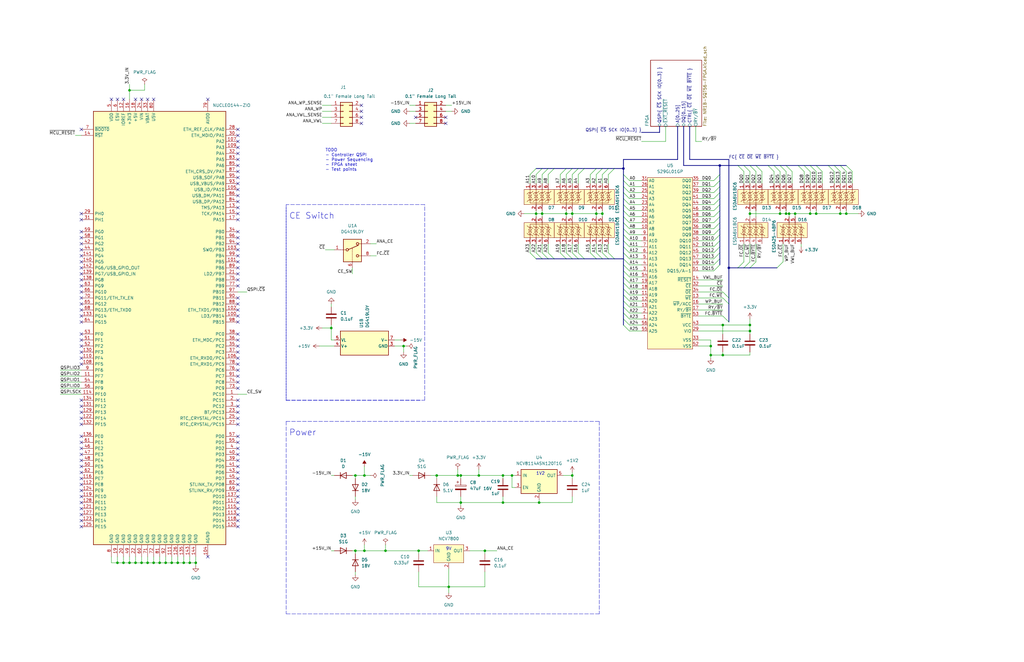
<source format=kicad_sch>
(kicad_sch (version 20211123) (generator eeschema)
  (paper "USLedger")
  (title_block (title "NR1B-SQT56 v1.0") (rev "1.0") (company "University of Dallas") (comment 1 "Drawn By: Angela Jimenez, Aidan Medcalf"))
  (junction (at 341.63 90.17))
  (junction (at 80.01 237.49))
  (junction (at 251.46 90.17))
  (junction (at 59.69 237.49))
  (junction (at 332.74 90.17))
  (junction (at 471.17 30.48))
  (junction (at 201.93 200.66))
  (junction (at 525.78 39.37))
  (junction (at 82.55 237.49))
  (junction (at 170.18 146.05))
  (junction (at 77.47 237.49))
  (junction (at 64.77 237.49))
  (junction (at 226.06 90.17))
  (junction (at 303.53 69.85))
  (junction (at 307.34 113.03))
  (junction (at 316.23 139.7))
  (junction (at 525.78 59.69))
  (junction (at 238.76 90.17))
  (junction (at 304.8 137.16))
  (junction (at 194.31 200.66))
  (junction (at 525.78 21.59))
  (junction (at 254 90.17))
  (junction (at 54.61 38.1))
  (junction (at 212.09 200.66))
  (junction (at 212.09 212.09))
  (junction (at 471.17 68.58))
  (junction (at 525.78 77.47))
  (junction (at 57.15 237.49))
  (junction (at 488.95 27.94))
  (junction (at 304.8 149.86))
  (junction (at 204.47 232.41))
  (junction (at 491.49 76.2))
  (junction (at 72.39 237.49))
  (junction (at 299.72 149.86))
  (junction (at 74.93 237.49))
  (junction (at 52.07 237.49))
  (junction (at 153.67 200.66))
  (junction (at 162.56 232.41))
  (junction (at 54.61 237.49))
  (junction (at 496.57 66.04))
  (junction (at 241.3 200.66))
  (junction (at 69.85 237.49))
  (junction (at 344.17 90.17))
  (junction (at 67.31 237.49))
  (junction (at 299.72 146.05))
  (junction (at 215.9 200.66))
  (junction (at 189.23 247.65))
  (junction (at 354.33 90.17))
  (junction (at 139.7 138.43))
  (junction (at 228.6 90.17))
  (junction (at 328.93 90.17))
  (junction (at 149.86 200.66))
  (junction (at 241.3 90.17))
  (junction (at 49.53 237.49))
  (junction (at 153.67 232.41))
  (junction (at 194.31 212.09))
  (junction (at 62.23 237.49))
  (junction (at 262.89 71.12))
  (junction (at 227.33 212.09))
  (junction (at 316.23 137.16))
  (junction (at 316.23 90.17))
  (junction (at 184.15 200.66))
  (junction (at 193.04 200.66))
  (junction (at 331.47 90.17))
  (junction (at 176.53 232.41))
  (junction (at 356.87 90.17))
  (junction (at 335.28 90.17))
  (junction (at 149.86 232.41))
  (junction (at 496.57 27.94))
  (no_connect (at 52.07 41.91))
  (no_connect (at 87.63 234.95))
  (no_connect (at 175.26 49.53))
  (no_connect (at 100.33 100.33))
  (no_connect (at 100.33 102.87))
  (no_connect (at 100.33 105.41))
  (no_connect (at 100.33 107.95))
  (no_connect (at 100.33 97.79))
  (no_connect (at 100.33 92.71))
  (no_connect (at 100.33 110.49))
  (no_connect (at 100.33 113.03))
  (no_connect (at 100.33 115.57))
  (no_connect (at 100.33 118.11))
  (no_connect (at 100.33 120.65))
  (no_connect (at 100.33 125.73))
  (no_connect (at 100.33 128.27))
  (no_connect (at 100.33 130.81))
  (no_connect (at 100.33 133.35))
  (no_connect (at 100.33 135.89))
  (no_connect (at 100.33 140.97))
  (no_connect (at 100.33 80.01))
  (no_connect (at 100.33 82.55))
  (no_connect (at 100.33 85.09))
  (no_connect (at 100.33 87.63))
  (no_connect (at 100.33 90.17))
  (no_connect (at 100.33 77.47))
  (no_connect (at 100.33 143.51))
  (no_connect (at 100.33 146.05))
  (no_connect (at 100.33 148.59))
  (no_connect (at 100.33 151.13))
  (no_connect (at 100.33 153.67))
  (no_connect (at 100.33 156.21))
  (no_connect (at 100.33 158.75))
  (no_connect (at 100.33 161.29))
  (no_connect (at 34.29 115.57))
  (no_connect (at 34.29 113.03))
  (no_connect (at 34.29 110.49))
  (no_connect (at 34.29 97.79))
  (no_connect (at 34.29 100.33))
  (no_connect (at 34.29 102.87))
  (no_connect (at 34.29 105.41))
  (no_connect (at 34.29 107.95))
  (no_connect (at 34.29 219.71))
  (no_connect (at 34.29 222.25))
  (no_connect (at 100.33 176.53))
  (no_connect (at 100.33 179.07))
  (no_connect (at 100.33 184.15))
  (no_connect (at 100.33 186.69))
  (no_connect (at 100.33 189.23))
  (no_connect (at 100.33 191.77))
  (no_connect (at 100.33 194.31))
  (no_connect (at 100.33 196.85))
  (no_connect (at 100.33 199.39))
  (no_connect (at 100.33 201.93))
  (no_connect (at 100.33 204.47))
  (no_connect (at 100.33 207.01))
  (no_connect (at 100.33 209.55))
  (no_connect (at 100.33 212.09))
  (no_connect (at 100.33 214.63))
  (no_connect (at 100.33 217.17))
  (no_connect (at 34.29 135.89))
  (no_connect (at 34.29 133.35))
  (no_connect (at 34.29 130.81))
  (no_connect (at 34.29 186.69))
  (no_connect (at 100.33 163.83))
  (no_connect (at 100.33 168.91))
  (no_connect (at 100.33 171.45))
  (no_connect (at 100.33 173.99))
  (no_connect (at 34.29 207.01))
  (no_connect (at 34.29 199.39))
  (no_connect (at 34.29 201.93))
  (no_connect (at 34.29 204.47))
  (no_connect (at 34.29 189.23))
  (no_connect (at 34.29 191.77))
  (no_connect (at 34.29 194.31))
  (no_connect (at 34.29 196.85))
  (no_connect (at 34.29 209.55))
  (no_connect (at 34.29 212.09))
  (no_connect (at 34.29 214.63))
  (no_connect (at 34.29 217.17))
  (no_connect (at 34.29 128.27))
  (no_connect (at 34.29 125.73))
  (no_connect (at 34.29 123.19))
  (no_connect (at 34.29 120.65))
  (no_connect (at 34.29 118.11))
  (no_connect (at 34.29 151.13))
  (no_connect (at 34.29 148.59))
  (no_connect (at 34.29 146.05))
  (no_connect (at 34.29 143.51))
  (no_connect (at 34.29 140.97))
  (no_connect (at 34.29 153.67))
  (no_connect (at 34.29 168.91))
  (no_connect (at 34.29 171.45))
  (no_connect (at 34.29 173.99))
  (no_connect (at 34.29 184.15))
  (no_connect (at 34.29 176.53))
  (no_connect (at 34.29 179.07))
  (no_connect (at 34.29 92.71))
  (no_connect (at 34.29 54.61))
  (no_connect (at 34.29 90.17))
  (no_connect (at 49.53 41.91))
  (no_connect (at 46.99 41.91))
  (no_connect (at 100.33 57.15))
  (no_connect (at 100.33 59.69))
  (no_connect (at 100.33 54.61))
  (no_connect (at 87.63 41.91))
  (no_connect (at 100.33 64.77))
  (no_connect (at 100.33 72.39))
  (no_connect (at 100.33 67.31))
  (no_connect (at 100.33 69.85))
  (no_connect (at 100.33 74.93))
  (no_connect (at 57.15 41.91))
  (no_connect (at 100.33 222.25))
  (no_connect (at 100.33 219.71))
  (no_connect (at 187.96 52.07))
  (no_connect (at 187.96 49.53))
  (no_connect (at 100.33 62.23))
  (no_connect (at 152.4 44.45))
  (no_connect (at 152.4 46.99))
  (no_connect (at 64.77 41.91))
  (no_connect (at 62.23 41.91))
  (no_connect (at 59.69 41.91))
  (no_connect (at 152.4 52.07))
  (no_connect (at 152.4 49.53))
  (bus_entry (at 300.99 106.68) (size 2.54 -2.54))
  (bus_entry (at 304.8 133.35) (size 2.54 2.54))
  (bus_entry (at 241.3 71.12) (size -2.54 2.54))
  (bus_entry (at 262.89 99.06) (size 2.54 2.54))
  (bus_entry (at 262.89 132.08) (size 2.54 2.54))
  (bus_entry (at 300.99 78.74) (size 2.54 -2.54))
  (bus_entry (at 300.99 111.76) (size 2.54 -2.54))
  (bus_entry (at 243.84 109.22) (size -2.54 -2.54))
  (bus_entry (at 233.68 109.22) (size -2.54 -2.54))
  (bus_entry (at 262.89 116.84) (size 2.54 2.54))
  (bus_entry (at 262.89 127) (size 2.54 2.54))
  (bus_entry (at 262.89 96.52) (size 2.54 2.54))
  (bus_entry (at 341.63 69.85) (size 2.54 2.54))
  (bus_entry (at 316.23 113.03) (size 2.54 -2.54))
  (bus_entry (at 300.99 83.82) (size 2.54 -2.54))
  (bus_entry (at 259.08 71.12) (size -2.54 2.54))
  (bus_entry (at 327.66 113.03) (size 2.54 -2.54))
  (bus_entry (at 300.99 86.36) (size 2.54 -2.54))
  (bus_entry (at 262.89 91.44) (size 2.54 2.54))
  (bus_entry (at 238.76 71.12) (size -2.54 2.54))
  (bus_entry (at 351.79 69.85) (size 2.54 2.54))
  (bus_entry (at 356.87 69.85) (size 2.54 2.54))
  (bus_entry (at 300.99 96.52) (size 2.54 -2.54))
  (bus_entry (at 313.69 69.85) (size 2.54 2.54))
  (bus_entry (at 228.6 71.12) (size -2.54 2.54))
  (bus_entry (at 238.76 109.22) (size -2.54 -2.54))
  (bus_entry (at 262.89 129.54) (size 2.54 2.54))
  (bus_entry (at 326.39 69.85) (size 2.54 2.54))
  (bus_entry (at 344.17 69.85) (size 2.54 2.54))
  (bus_entry (at 262.89 78.74) (size 2.54 2.54))
  (bus_entry (at 300.99 101.6) (size 2.54 -2.54))
  (bus_entry (at 262.89 121.92) (size 2.54 2.54))
  (bus_entry (at 300.99 109.22) (size 2.54 -2.54))
  (bus_entry (at 304.8 125.73) (size 2.54 2.54))
  (bus_entry (at 354.33 69.85) (size 2.54 2.54))
  (bus_entry (at 300.99 76.2) (size 2.54 -2.54))
  (bus_entry (at 231.14 109.22) (size -2.54 -2.54))
  (bus_entry (at 339.09 69.85) (size 2.54 2.54))
  (bus_entry (at 262.89 106.68) (size 2.54 2.54))
  (bus_entry (at 300.99 91.44) (size 2.54 -2.54))
  (bus_entry (at 262.89 93.98) (size 2.54 2.54))
  (bus_entry (at 300.99 99.06) (size 2.54 -2.54))
  (bus_entry (at 318.77 69.85) (size 2.54 2.54))
  (bus_entry (at 262.89 83.82) (size 2.54 2.54))
  (bus_entry (at 233.68 71.12) (size -2.54 2.54))
  (bus_entry (at 300.99 104.14) (size 2.54 -2.54))
  (bus_entry (at 256.54 71.12) (size -2.54 2.54))
  (bus_entry (at 311.15 113.03) (size 2.54 -2.54))
  (bus_entry (at 228.6 109.22) (size -2.54 -2.54))
  (bus_entry (at 349.25 69.85) (size 2.54 2.54))
  (bus_entry (at 259.08 109.22) (size -2.54 -2.54))
  (bus_entry (at 311.15 69.85) (size 2.54 2.54))
  (bus_entry (at 300.99 93.98) (size 2.54 -2.54))
  (bus_entry (at 246.38 71.12) (size -2.54 2.54))
  (bus_entry (at 254 109.22) (size -2.54 -2.54))
  (bus_entry (at 243.84 71.12) (size -2.54 2.54))
  (bus_entry (at 336.55 69.85) (size 2.54 2.54))
  (bus_entry (at 262.89 76.2) (size 2.54 2.54))
  (bus_entry (at 262.89 134.62) (size 2.54 2.54))
  (bus_entry (at 241.3 109.22) (size -2.54 -2.54))
  (bus_entry (at 262.89 101.6) (size 2.54 2.54))
  (bus_entry (at 262.89 114.3) (size 2.54 2.54))
  (bus_entry (at 316.23 69.85) (size 2.54 2.54))
  (bus_entry (at 304.8 123.19) (size 2.54 2.54))
  (bus_entry (at 262.89 111.76) (size 2.54 2.54))
  (bus_entry (at 246.38 109.22) (size -2.54 -2.54))
  (bus_entry (at 300.99 81.28) (size 2.54 -2.54))
  (bus_entry (at 328.93 69.85) (size 2.54 2.54))
  (bus_entry (at 323.85 69.85) (size 2.54 2.54))
  (bus_entry (at 231.14 71.12) (size -2.54 2.54))
  (bus_entry (at 262.89 81.28) (size 2.54 2.54))
  (bus_entry (at 262.89 119.38) (size 2.54 2.54))
  (bus_entry (at 254 71.12) (size -2.54 2.54))
  (bus_entry (at 262.89 88.9) (size 2.54 2.54))
  (bus_entry (at 313.69 113.03) (size 2.54 -2.54))
  (bus_entry (at 262.89 124.46) (size 2.54 2.54))
  (bus_entry (at 300.99 114.3) (size 2.54 -2.54))
  (bus_entry (at 262.89 104.14) (size 2.54 2.54))
  (bus_entry (at 262.89 137.16) (size 2.54 2.54))
  (bus_entry (at 262.89 109.22) (size 2.54 2.54))
  (bus_entry (at 331.47 69.85) (size 2.54 2.54))
  (bus_entry (at 251.46 109.22) (size -2.54 -2.54))
  (bus_entry (at 262.89 86.36) (size 2.54 2.54))
  (bus_entry (at 226.06 71.12) (size -2.54 2.54))
  (bus_entry (at 251.46 71.12) (size -2.54 2.54))
  (bus_entry (at 300.99 88.9) (size 2.54 -2.54))
  (bus_entry (at 256.54 109.22) (size -2.54 -2.54))
  (bus_entry (at 262.89 73.66) (size 2.54 2.54))
  (bus_entry (at 226.06 109.22) (size -2.54 -2.54))
  (wire (pts (xy 31.75 57.15) (xy 34.29 57.15)))
  (bus (pts (xy 311.15 113.03) (xy 313.69 113.03)))
  (bus (pts (xy 256.54 109.22) (xy 259.08 109.22)))
  (wire (pts (xy 153.67 196.85) (xy 153.67 200.66)))
  (wire (pts (xy 194.31 209.55) (xy 194.31 212.09)))
  (wire (pts (xy 231.14 102.87) (xy 231.14 106.68)))
  (wire (pts (xy 241.3 102.87) (xy 241.3 106.68)))
  (wire (pts (xy 294.64 137.16) (xy 304.8 137.16)))
  (wire (pts (xy 326.39 72.39) (xy 326.39 77.47)))
  (wire (pts (xy 135.89 44.45) (xy 139.7 44.45)))
  (wire (pts (xy 471.17 30.48) (xy 473.71 30.48)))
  (wire (pts (xy 72.39 237.49) (xy 72.39 234.95)))
  (wire (pts (xy 515.62 34.29) (xy 515.62 39.37)))
  (wire (pts (xy 241.3 88.9) (xy 241.3 90.17)))
  (wire (pts (xy 148.59 200.66) (xy 149.86 200.66)))
  (wire (pts (xy 149.86 200.66) (xy 149.86 201.93)))
  (wire (pts (xy 294.64 120.65) (xy 304.8 120.65)))
  (wire (pts (xy 212.09 200.66) (xy 215.9 200.66)))
  (wire (pts (xy 294.64 111.76) (xy 300.99 111.76)))
  (wire (pts (xy 74.93 237.49) (xy 74.93 234.95)))
  (bus (pts (xy 303.53 96.52) (xy 303.53 99.06)))
  (wire (pts (xy 237.49 200.66) (xy 241.3 200.66)))
  (bus (pts (xy 262.89 101.6) (xy 262.89 104.14)))
  (wire (pts (xy 265.43 127) (xy 270.51 127)))
  (wire (pts (xy 265.43 99.06) (xy 270.51 99.06)))
  (wire (pts (xy 82.55 237.49) (xy 82.55 234.95)))
  (wire (pts (xy 228.6 90.17) (xy 228.6 91.44)))
  (wire (pts (xy 491.49 86.36) (xy 491.49 88.9)))
  (wire (pts (xy 184.15 200.66) (xy 184.15 201.93)))
  (bus (pts (xy 262.89 104.14) (xy 262.89 106.68)))
  (bus (pts (xy 254 109.22) (xy 256.54 109.22)))
  (wire (pts (xy 149.86 232.41) (xy 153.67 232.41)))
  (wire (pts (xy 265.43 101.6) (xy 270.51 101.6)))
  (wire (pts (xy 525.78 38.1) (xy 525.78 39.37)))
  (wire (pts (xy 332.74 90.17) (xy 335.28 90.17)))
  (wire (pts (xy 77.47 237.49) (xy 77.47 234.95)))
  (wire (pts (xy 25.4 161.29) (xy 34.29 161.29)))
  (wire (pts (xy 153.67 229.87) (xy 153.67 232.41)))
  (wire (pts (xy 525.78 39.37) (xy 525.78 40.64)))
  (wire (pts (xy 525.78 77.47) (xy 525.78 76.2)))
  (wire (pts (xy 201.93 200.66) (xy 212.09 200.66)))
  (polyline (pts (xy 457.2 11.43) (xy 539.75 11.43)))
  (wire (pts (xy 265.43 81.28) (xy 270.51 81.28)))
  (bus (pts (xy 238.76 109.22) (xy 241.3 109.22)))
  (bus (pts (xy 313.69 69.85) (xy 316.23 69.85)))
  (polyline (pts (xy 179.07 168.91) (xy 179.07 86.36)))
  (wire (pts (xy 488.95 27.94) (xy 496.57 27.94)))
  (bus (pts (xy 307.34 128.27) (xy 307.34 125.73)))
  (wire (pts (xy 62.23 237.49) (xy 64.77 237.49)))
  (wire (pts (xy 149.86 209.55) (xy 149.86 210.82)))
  (wire (pts (xy 59.69 237.49) (xy 62.23 237.49)))
  (wire (pts (xy 294.64 81.28) (xy 300.99 81.28)))
  (wire (pts (xy 299.72 149.86) (xy 304.8 149.86)))
  (wire (pts (xy 265.43 106.68) (xy 270.51 106.68)))
  (wire (pts (xy 176.53 232.41) (xy 180.34 232.41)))
  (bus (pts (xy 303.53 69.85) (xy 311.15 69.85)))
  (wire (pts (xy 149.86 200.66) (xy 153.67 200.66)))
  (wire (pts (xy 172.72 52.07) (xy 175.26 52.07)))
  (wire (pts (xy 496.57 17.78) (xy 499.11 17.78)))
  (wire (pts (xy 25.4 156.21) (xy 34.29 156.21)))
  (wire (pts (xy 251.46 90.17) (xy 251.46 91.44)))
  (wire (pts (xy 223.52 102.87) (xy 223.52 106.68)))
  (bus (pts (xy 307.34 67.31) (xy 307.34 113.03)))
  (bus (pts (xy 303.53 91.44) (xy 303.53 93.98)))
  (wire (pts (xy 468.63 30.48) (xy 471.17 30.48)))
  (wire (pts (xy 241.3 73.66) (xy 241.3 77.47)))
  (wire (pts (xy 294.64 86.36) (xy 300.99 86.36)))
  (wire (pts (xy 496.57 66.04) (xy 496.57 67.31)))
  (wire (pts (xy 82.55 238.76) (xy 82.55 237.49)))
  (bus (pts (xy 288.29 53.34) (xy 288.29 69.85)))
  (wire (pts (xy 316.23 134.62) (xy 316.23 137.16)))
  (wire (pts (xy 515.62 72.39) (xy 515.62 77.47)))
  (wire (pts (xy 488.95 33.02) (xy 491.49 33.02)))
  (wire (pts (xy 228.6 88.9) (xy 228.6 90.17)))
  (bus (pts (xy 246.38 71.12) (xy 251.46 71.12)))
  (wire (pts (xy 294.64 128.27) (xy 304.8 128.27)))
  (polyline (pts (xy 457.2 97.79) (xy 457.2 11.43)))
  (wire (pts (xy 468.63 68.58) (xy 471.17 68.58)))
  (bus (pts (xy 262.89 71.12) (xy 262.89 67.31)))
  (bus (pts (xy 262.89 116.84) (xy 262.89 119.38)))
  (wire (pts (xy 294.64 93.98) (xy 300.99 93.98)))
  (wire (pts (xy 25.4 163.83) (xy 34.29 163.83)))
  (wire (pts (xy 176.53 232.41) (xy 176.53 233.68)))
  (wire (pts (xy 251.46 102.87) (xy 251.46 106.68)))
  (bus (pts (xy 285.75 67.31) (xy 285.75 53.34)))
  (wire (pts (xy 241.3 209.55) (xy 241.3 212.09)))
  (wire (pts (xy 339.09 72.39) (xy 339.09 77.47)))
  (wire (pts (xy 220.98 90.17) (xy 226.06 90.17)))
  (bus (pts (xy 290.83 53.34) (xy 290.83 67.31)))
  (bus (pts (xy 254 71.12) (xy 256.54 71.12)))
  (wire (pts (xy 346.71 72.39) (xy 346.71 77.47)))
  (bus (pts (xy 326.39 69.85) (xy 328.93 69.85)))
  (wire (pts (xy 226.06 88.9) (xy 226.06 90.17)))
  (wire (pts (xy 471.17 30.48) (xy 471.17 38.1)))
  (wire (pts (xy 316.23 149.86) (xy 316.23 148.59)))
  (bus (pts (xy 316.23 69.85) (xy 318.77 69.85)))
  (wire (pts (xy 525.78 58.42) (xy 525.78 59.69)))
  (wire (pts (xy 215.9 205.74) (xy 215.9 200.66)))
  (bus (pts (xy 241.3 109.22) (xy 243.84 109.22)))
  (wire (pts (xy 316.23 139.7) (xy 316.23 137.16)))
  (wire (pts (xy 341.63 88.9) (xy 341.63 90.17)))
  (polyline (pts (xy 120.65 168.91) (xy 179.07 168.91)))
  (wire (pts (xy 265.43 93.98) (xy 270.51 93.98)))
  (wire (pts (xy 238.76 73.66) (xy 238.76 77.47)))
  (bus (pts (xy 331.47 69.85) (xy 336.55 69.85)))
  (wire (pts (xy 238.76 88.9) (xy 238.76 90.17)))
  (wire (pts (xy 198.12 232.41) (xy 204.47 232.41)))
  (wire (pts (xy 515.62 77.47) (xy 525.78 77.47)))
  (bus (pts (xy 270.51 55.88) (xy 278.13 55.88)))
  (wire (pts (xy 181.61 200.66) (xy 184.15 200.66)))
  (wire (pts (xy 265.43 129.54) (xy 270.51 129.54)))
  (wire (pts (xy 25.4 158.75) (xy 34.29 158.75)))
  (bus (pts (xy 226.06 71.12) (xy 228.6 71.12)))
  (bus (pts (xy 259.08 71.12) (xy 262.89 71.12)))
  (wire (pts (xy 139.7 138.43) (xy 139.7 143.51)))
  (wire (pts (xy 525.78 77.47) (xy 525.78 78.74)))
  (wire (pts (xy 194.31 200.66) (xy 201.93 200.66)))
  (bus (pts (xy 313.69 113.03) (xy 316.23 113.03)))
  (wire (pts (xy 238.76 90.17) (xy 238.76 91.44)))
  (wire (pts (xy 294.64 83.82) (xy 300.99 83.82)))
  (wire (pts (xy 294.64 143.51) (xy 299.72 143.51)))
  (bus (pts (xy 303.53 93.98) (xy 303.53 96.52)))
  (wire (pts (xy 69.85 237.49) (xy 69.85 234.95)))
  (wire (pts (xy 184.15 209.55) (xy 184.15 212.09)))
  (bus (pts (xy 303.53 69.85) (xy 303.53 73.66)))
  (wire (pts (xy 176.53 241.3) (xy 176.53 247.65)))
  (wire (pts (xy 238.76 90.17) (xy 241.3 90.17)))
  (bus (pts (xy 262.89 111.76) (xy 262.89 114.3)))
  (wire (pts (xy 189.23 240.03) (xy 189.23 247.65)))
  (polyline (pts (xy 457.2 49.53) (xy 539.75 49.53)))
  (bus (pts (xy 262.89 67.31) (xy 285.75 67.31)))
  (wire (pts (xy 480.06 76.2) (xy 491.49 76.2)))
  (bus (pts (xy 316.23 113.03) (xy 327.66 113.03)))
  (wire (pts (xy 318.77 102.87) (xy 318.77 110.49)))
  (wire (pts (xy 254 88.9) (xy 254 90.17)))
  (wire (pts (xy 341.63 72.39) (xy 341.63 77.47)))
  (polyline (pts (xy 120.65 86.36) (xy 120.65 168.91)))
  (bus (pts (xy 262.89 78.74) (xy 262.89 81.28)))
  (wire (pts (xy 49.53 237.49) (xy 52.07 237.49)))
  (wire (pts (xy 251.46 88.9) (xy 251.46 90.17)))
  (wire (pts (xy 162.56 229.87) (xy 162.56 232.41)))
  (wire (pts (xy 299.72 149.86) (xy 299.72 151.13)))
  (wire (pts (xy 170.18 146.05) (xy 170.18 148.59)))
  (wire (pts (xy 172.72 200.66) (xy 173.99 200.66)))
  (wire (pts (xy 72.39 237.49) (xy 74.93 237.49)))
  (wire (pts (xy 328.93 90.17) (xy 331.47 90.17)))
  (wire (pts (xy 100.33 123.19) (xy 104.14 123.19)))
  (wire (pts (xy 254 73.66) (xy 254 77.47)))
  (wire (pts (xy 153.67 232.41) (xy 162.56 232.41)))
  (wire (pts (xy 304.8 149.86) (xy 316.23 149.86)))
  (wire (pts (xy 316.23 90.17) (xy 328.93 90.17)))
  (wire (pts (xy 254 90.17) (xy 254 91.44)))
  (wire (pts (xy 318.77 88.9) (xy 318.77 91.44)))
  (bus (pts (xy 262.89 127) (xy 262.89 129.54)))
  (bus (pts (xy 246.38 109.22) (xy 251.46 109.22)))
  (bus (pts (xy 233.68 109.22) (xy 238.76 109.22)))
  (wire (pts (xy 313.69 72.39) (xy 313.69 77.47)))
  (wire (pts (xy 351.79 72.39) (xy 351.79 77.47)))
  (wire (pts (xy 344.17 72.39) (xy 344.17 77.47)))
  (wire (pts (xy 496.57 55.88) (xy 499.11 55.88)))
  (wire (pts (xy 139.7 128.27) (xy 139.7 129.54)))
  (wire (pts (xy 294.64 91.44) (xy 300.99 91.44)))
  (bus (pts (xy 226.06 109.22) (xy 228.6 109.22)))
  (wire (pts (xy 471.17 68.58) (xy 471.17 76.2)))
  (polyline (pts (xy 539.75 97.79) (xy 457.2 97.79)))
  (wire (pts (xy 139.7 200.66) (xy 140.97 200.66)))
  (wire (pts (xy 321.31 72.39) (xy 321.31 77.47)))
  (wire (pts (xy 137.16 105.41) (xy 140.97 105.41)))
  (bus (pts (xy 328.93 69.85) (xy 331.47 69.85)))
  (polyline (pts (xy 179.07 86.36) (xy 120.65 86.36)))
  (wire (pts (xy 64.77 237.49) (xy 67.31 237.49)))
  (wire (pts (xy 184.15 200.66) (xy 193.04 200.66)))
  (wire (pts (xy 316.23 139.7) (xy 316.23 140.97)))
  (wire (pts (xy 334.01 72.39) (xy 334.01 77.47)))
  (wire (pts (xy 316.23 88.9) (xy 316.23 90.17)))
  (bus (pts (xy 318.77 69.85) (xy 323.85 69.85)))
  (wire (pts (xy 299.72 146.05) (xy 299.72 149.86)))
  (wire (pts (xy 54.61 237.49) (xy 54.61 234.95)))
  (bus (pts (xy 259.08 109.22) (xy 262.89 109.22)))
  (wire (pts (xy 294.64 130.81) (xy 304.8 130.81)))
  (bus (pts (xy 262.89 83.82) (xy 262.89 86.36)))
  (wire (pts (xy 299.72 143.51) (xy 299.72 146.05)))
  (wire (pts (xy 54.61 38.1) (xy 60.96 38.1)))
  (wire (pts (xy 496.57 25.4) (xy 496.57 27.94)))
  (wire (pts (xy 318.77 72.39) (xy 318.77 77.47)))
  (bus (pts (xy 351.79 69.85) (xy 354.33 69.85)))
  (bus (pts (xy 349.25 69.85) (xy 351.79 69.85)))
  (wire (pts (xy 25.4 166.37) (xy 34.29 166.37)))
  (wire (pts (xy 265.43 104.14) (xy 270.51 104.14)))
  (wire (pts (xy 265.43 132.08) (xy 270.51 132.08)))
  (wire (pts (xy 254 102.87) (xy 254 106.68)))
  (bus (pts (xy 336.55 69.85) (xy 339.09 69.85)))
  (wire (pts (xy 304.8 148.59) (xy 304.8 149.86)))
  (wire (pts (xy 64.77 237.49) (xy 64.77 234.95)))
  (wire (pts (xy 265.43 88.9) (xy 270.51 88.9)))
  (wire (pts (xy 52.07 237.49) (xy 54.61 237.49)))
  (wire (pts (xy 359.41 72.39) (xy 359.41 77.47)))
  (wire (pts (xy 265.43 134.62) (xy 270.51 134.62)))
  (bus (pts (xy 262.89 76.2) (xy 262.89 78.74)))
  (wire (pts (xy 280.67 59.69) (xy 270.51 59.69)))
  (wire (pts (xy 204.47 247.65) (xy 189.23 247.65)))
  (wire (pts (xy 294.64 125.73) (xy 304.8 125.73)))
  (wire (pts (xy 57.15 237.49) (xy 57.15 234.95)))
  (wire (pts (xy 166.37 146.05) (xy 170.18 146.05)))
  (wire (pts (xy 265.43 139.7) (xy 270.51 139.7)))
  (wire (pts (xy 294.64 88.9) (xy 300.99 88.9)))
  (wire (pts (xy 265.43 119.38) (xy 270.51 119.38)))
  (wire (pts (xy 148.59 232.41) (xy 149.86 232.41)))
  (wire (pts (xy 241.3 90.17) (xy 251.46 90.17)))
  (wire (pts (xy 295.91 59.69) (xy 293.37 59.69)))
  (wire (pts (xy 304.8 137.16) (xy 316.23 137.16)))
  (wire (pts (xy 228.6 102.87) (xy 228.6 106.68)))
  (bus (pts (xy 262.89 109.22) (xy 262.89 111.76)))
  (wire (pts (xy 294.64 101.6) (xy 300.99 101.6)))
  (wire (pts (xy 294.64 109.22) (xy 300.99 109.22)))
  (wire (pts (xy 74.93 237.49) (xy 77.47 237.49)))
  (wire (pts (xy 294.64 78.74) (xy 300.99 78.74)))
  (wire (pts (xy 294.64 106.68) (xy 300.99 106.68)))
  (bus (pts (xy 341.63 69.85) (xy 344.17 69.85)))
  (wire (pts (xy 46.99 234.95) (xy 46.99 237.49)))
  (wire (pts (xy 189.23 247.65) (xy 176.53 247.65)))
  (wire (pts (xy 241.3 90.17) (xy 241.3 91.44)))
  (bus (pts (xy 262.89 106.68) (xy 262.89 109.22)))
  (wire (pts (xy 134.62 146.05) (xy 140.97 146.05)))
  (wire (pts (xy 496.57 36.83) (xy 496.57 38.1)))
  (wire (pts (xy 354.33 90.17) (xy 356.87 90.17)))
  (bus (pts (xy 288.29 69.85) (xy 303.53 69.85)))
  (bus (pts (xy 262.89 81.28) (xy 262.89 83.82)))
  (bus (pts (xy 243.84 71.12) (xy 246.38 71.12)))
  (wire (pts (xy 241.3 200.66) (xy 241.3 201.93)))
  (wire (pts (xy 248.92 102.87) (xy 248.92 106.68)))
  (wire (pts (xy 228.6 73.66) (xy 228.6 77.47)))
  (wire (pts (xy 265.43 96.52) (xy 270.51 96.52)))
  (bus (pts (xy 256.54 71.12) (xy 259.08 71.12)))
  (wire (pts (xy 294.64 139.7) (xy 316.23 139.7)))
  (bus (pts (xy 262.89 124.46) (xy 262.89 127)))
  (bus (pts (xy 231.14 71.12) (xy 233.68 71.12)))
  (wire (pts (xy 294.64 99.06) (xy 300.99 99.06)))
  (wire (pts (xy 331.47 72.39) (xy 331.47 77.47)))
  (wire (pts (xy 515.62 59.69) (xy 525.78 59.69)))
  (wire (pts (xy 236.22 73.66) (xy 236.22 77.47)))
  (wire (pts (xy 515.62 39.37) (xy 525.78 39.37)))
  (wire (pts (xy 354.33 88.9) (xy 354.33 90.17)))
  (wire (pts (xy 256.54 102.87) (xy 256.54 106.68)))
  (wire (pts (xy 341.63 90.17) (xy 344.17 90.17)))
  (wire (pts (xy 294.64 76.2) (xy 300.99 76.2)))
  (wire (pts (xy 525.78 59.69) (xy 525.78 60.96)))
  (wire (pts (xy 148.59 113.03) (xy 148.59 115.57)))
  (wire (pts (xy 335.28 90.17) (xy 341.63 90.17)))
  (wire (pts (xy 491.49 33.02) (xy 491.49 38.1)))
  (bus (pts (xy 303.53 106.68) (xy 303.53 109.22)))
  (wire (pts (xy 140.97 143.51) (xy 139.7 143.51)))
  (bus (pts (xy 228.6 109.22) (xy 231.14 109.22)))
  (wire (pts (xy 204.47 232.41) (xy 209.55 232.41)))
  (bus (pts (xy 303.53 83.82) (xy 303.53 86.36)))
  (polyline (pts (xy 120.65 177.8) (xy 120.65 259.08)))
  (wire (pts (xy 166.37 143.51) (xy 168.91 143.51)))
  (bus (pts (xy 262.89 96.52) (xy 262.89 99.06)))
  (wire (pts (xy 265.43 78.74) (xy 270.51 78.74)))
  (wire (pts (xy 241.3 212.09) (xy 227.33 212.09)))
  (wire (pts (xy 69.85 237.49) (xy 72.39 237.49)))
  (wire (pts (xy 356.87 72.39) (xy 356.87 77.47)))
  (wire (pts (xy 243.84 102.87) (xy 243.84 106.68)))
  (wire (pts (xy 316.23 102.87) (xy 316.23 110.49)))
  (wire (pts (xy 354.33 72.39) (xy 354.33 77.47)))
  (bus (pts (xy 262.89 93.98) (xy 262.89 96.52)))
  (wire (pts (xy 265.43 121.92) (xy 270.51 121.92)))
  (wire (pts (xy 204.47 241.3) (xy 204.47 247.65)))
  (wire (pts (xy 294.64 133.35) (xy 304.8 133.35)))
  (wire (pts (xy 515.62 26.67) (xy 515.62 21.59)))
  (bus (pts (xy 339.09 69.85) (xy 341.63 69.85)))
  (wire (pts (xy 491.49 71.12) (xy 491.49 76.2)))
  (wire (pts (xy 156.21 102.87) (xy 158.75 102.87)))
  (wire (pts (xy 525.78 20.32) (xy 525.78 21.59)))
  (bus (pts (xy 238.76 71.12) (xy 241.3 71.12)))
  (wire (pts (xy 162.56 232.41) (xy 176.53 232.41)))
  (wire (pts (xy 54.61 38.1) (xy 54.61 41.91)))
  (wire (pts (xy 265.43 116.84) (xy 270.51 116.84)))
  (bus (pts (xy 323.85 69.85) (xy 326.39 69.85)))
  (wire (pts (xy 77.47 237.49) (xy 80.01 237.49)))
  (wire (pts (xy 294.64 96.52) (xy 300.99 96.52)))
  (bus (pts (xy 278.13 55.88) (xy 278.13 53.34)))
  (wire (pts (xy 256.54 73.66) (xy 256.54 77.47)))
  (wire (pts (xy 67.31 237.49) (xy 67.31 234.95)))
  (bus (pts (xy 262.89 134.62) (xy 262.89 137.16)))
  (wire (pts (xy 189.23 247.65) (xy 189.23 250.19)))
  (wire (pts (xy 335.28 90.17) (xy 335.28 91.44)))
  (wire (pts (xy 135.89 52.07) (xy 139.7 52.07)))
  (wire (pts (xy 204.47 232.41) (xy 204.47 233.68)))
  (wire (pts (xy 265.43 76.2) (xy 270.51 76.2)))
  (wire (pts (xy 265.43 114.3) (xy 270.51 114.3)))
  (wire (pts (xy 156.21 107.95) (xy 158.75 107.95)))
  (wire (pts (xy 331.47 88.9) (xy 331.47 90.17)))
  (wire (pts (xy 187.96 46.99) (xy 190.5 46.99)))
  (wire (pts (xy 313.69 102.87) (xy 313.69 110.49)))
  (bus (pts (xy 303.53 86.36) (xy 303.53 88.9)))
  (bus (pts (xy 262.89 129.54) (xy 262.89 132.08)))
  (wire (pts (xy 265.43 124.46) (xy 270.51 124.46)))
  (wire (pts (xy 294.64 123.19) (xy 304.8 123.19)))
  (bus (pts (xy 251.46 71.12) (xy 254 71.12)))
  (wire (pts (xy 139.7 232.41) (xy 140.97 232.41)))
  (wire (pts (xy 80.01 237.49) (xy 82.55 237.49)))
  (wire (pts (xy 294.64 118.11) (xy 304.8 118.11)))
  (wire (pts (xy 170.18 146.05) (xy 171.45 146.05)))
  (wire (pts (xy 316.23 72.39) (xy 316.23 77.47)))
  (bus (pts (xy 233.68 71.12) (xy 238.76 71.12)))
  (bus (pts (xy 262.89 86.36) (xy 262.89 88.9)))
  (wire (pts (xy 241.3 199.39) (xy 241.3 200.66)))
  (wire (pts (xy 62.23 237.49) (xy 62.23 234.95)))
  (wire (pts (xy 149.86 232.41) (xy 149.86 233.68)))
  (wire (pts (xy 265.43 91.44) (xy 270.51 91.44)))
  (bus (pts (xy 262.89 119.38) (xy 262.89 121.92)))
  (bus (pts (xy 228.6 71.12) (xy 231.14 71.12)))
  (wire (pts (xy 67.31 237.49) (xy 69.85 237.49)))
  (bus (pts (xy 303.53 73.66) (xy 303.53 76.2)))
  (bus (pts (xy 262.89 114.3) (xy 262.89 116.84)))
  (wire (pts (xy 60.96 35.56) (xy 60.96 38.1)))
  (wire (pts (xy 328.93 88.9) (xy 328.93 90.17)))
  (polyline (pts (xy 539.75 11.43) (xy 539.75 49.53)))
  (wire (pts (xy 212.09 209.55) (xy 212.09 212.09)))
  (wire (pts (xy 226.06 102.87) (xy 226.06 106.68)))
  (wire (pts (xy 227.33 210.82) (xy 227.33 212.09)))
  (wire (pts (xy 184.15 212.09) (xy 194.31 212.09)))
  (wire (pts (xy 80.01 237.49) (xy 80.01 234.95)))
  (wire (pts (xy 187.96 44.45) (xy 190.5 44.45)))
  (bus (pts (xy 307.34 113.03) (xy 311.15 113.03)))
  (wire (pts (xy 201.93 198.12) (xy 201.93 200.66)))
  (wire (pts (xy 488.95 66.04) (xy 496.57 66.04)))
  (wire (pts (xy 496.57 27.94) (xy 499.11 27.94)))
  (wire (pts (xy 135.89 46.99) (xy 139.7 46.99)))
  (wire (pts (xy 294.64 104.14) (xy 300.99 104.14)))
  (bus (pts (xy 290.83 67.31) (xy 307.34 67.31)))
  (wire (pts (xy 496.57 27.94) (xy 496.57 29.21)))
  (wire (pts (xy 304.8 137.16) (xy 304.8 140.97)))
  (bus (pts (xy 243.84 109.22) (xy 246.38 109.22)))
  (wire (pts (xy 356.87 90.17) (xy 361.95 90.17)))
  (bus (pts (xy 262.89 121.92) (xy 262.89 124.46)))
  (wire (pts (xy 356.87 88.9) (xy 356.87 90.17)))
  (wire (pts (xy 226.06 90.17) (xy 226.06 91.44)))
  (bus (pts (xy 303.53 78.74) (xy 303.53 81.28)))
  (bus (pts (xy 231.14 109.22) (xy 233.68 109.22)))
  (wire (pts (xy 57.15 237.49) (xy 59.69 237.49)))
  (wire (pts (xy 344.17 90.17) (xy 354.33 90.17)))
  (wire (pts (xy 172.72 44.45) (xy 175.26 44.45)))
  (wire (pts (xy 243.84 73.66) (xy 243.84 77.47)))
  (wire (pts (xy 49.53 237.49) (xy 49.53 234.95)))
  (bus (pts (xy 303.53 109.22) (xy 303.53 111.76)))
  (wire (pts (xy 515.62 21.59) (xy 525.78 21.59)))
  (wire (pts (xy 337.82 104.14) (xy 337.82 102.87)))
  (wire (pts (xy 471.17 76.2) (xy 472.44 76.2)))
  (wire (pts (xy 496.57 63.5) (xy 496.57 66.04)))
  (wire (pts (xy 525.78 21.59) (xy 525.78 22.86)))
  (bus (pts (xy 344.17 69.85) (xy 349.25 69.85)))
  (bus (pts (xy 262.89 132.08) (xy 262.89 134.62)))
  (bus (pts (xy 262.89 91.44) (xy 262.89 93.98)))
  (wire (pts (xy 332.74 90.17) (xy 332.74 91.44)))
  (wire (pts (xy 212.09 212.09) (xy 227.33 212.09)))
  (wire (pts (xy 265.43 111.76) (xy 270.51 111.76)))
  (wire (pts (xy 515.62 64.77) (xy 515.62 59.69)))
  (wire (pts (xy 193.04 198.12) (xy 193.04 200.66)))
  (wire (pts (xy 294.64 114.3) (xy 300.99 114.3)))
  (wire (pts (xy 100.33 166.37) (xy 104.14 166.37)))
  (bus (pts (xy 262.89 88.9) (xy 262.89 91.44)))
  (polyline (pts (xy 252.73 259.08) (xy 120.65 259.08)))
  (polyline (pts (xy 120.65 168.91) (xy 177.8 168.91)))
  (bus (pts (xy 251.46 109.22) (xy 254 109.22)))
  (wire (pts (xy 193.04 200.66) (xy 194.31 200.66)))
  (wire (pts (xy 491.49 76.2) (xy 491.49 78.74)))
  (bus (pts (xy 307.34 113.03) (xy 307.34 125.73)))
  (wire (pts (xy 59.69 237.49) (xy 59.69 234.95)))
  (wire (pts (xy 54.61 237.49) (xy 57.15 237.49)))
  (wire (pts (xy 265.43 109.22) (xy 270.51 109.22)))
  (wire (pts (xy 496.57 58.42) (xy 496.57 55.88)))
  (bus (pts (xy 303.53 88.9) (xy 303.53 91.44)))
  (wire (pts (xy 236.22 102.87) (xy 236.22 106.68)))
  (wire (pts (xy 251.46 90.17) (xy 254 90.17)))
  (wire (pts (xy 217.17 205.74) (xy 215.9 205.74)))
  (wire (pts (xy 488.95 71.12) (xy 491.49 71.12)))
  (bus (pts (xy 241.3 71.12) (xy 243.84 71.12)))
  (wire (pts (xy 212.09 200.66) (xy 212.09 201.93)))
  (wire (pts (xy 135.89 49.53) (xy 139.7 49.53)))
  (bus (pts (xy 262.89 73.66) (xy 262.89 71.12)))
  (wire (pts (xy 331.47 90.17) (xy 332.74 90.17)))
  (bus (pts (xy 303.53 76.2) (xy 303.53 78.74)))
  (wire (pts (xy 330.2 102.87) (xy 330.2 110.49)))
  (wire (pts (xy 344.17 88.9) (xy 344.17 90.17)))
  (polyline (pts (xy 539.75 49.53) (xy 539.75 97.79)))
  (bus (pts (xy 262.89 73.66) (xy 262.89 76.2)))
  (wire (pts (xy 215.9 200.66) (xy 217.17 200.66)))
  (wire (pts (xy 486.41 27.94) (xy 488.95 27.94)))
  (wire (pts (xy 265.43 86.36) (xy 270.51 86.36)))
  (wire (pts (xy 46.99 237.49) (xy 49.53 237.49)))
  (bus (pts (xy 262.89 99.06) (xy 262.89 101.6)))
  (wire (pts (xy 265.43 137.16) (xy 270.51 137.16)))
  (bus (pts (xy 303.53 101.6) (xy 303.53 104.14)))
  (wire (pts (xy 194.31 212.09) (xy 194.31 213.36)))
  (wire (pts (xy 238.76 102.87) (xy 238.76 106.68)))
  (wire (pts (xy 316.23 90.17) (xy 316.23 91.44)))
  (wire (pts (xy 496.57 66.04) (xy 499.11 66.04)))
  (wire (pts (xy 265.43 83.82) (xy 270.51 83.82)))
  (bus (pts (xy 303.53 81.28) (xy 303.53 83.82)))
  (wire (pts (xy 293.37 53.34) (xy 293.37 59.69)))
  (wire (pts (xy 226.06 90.17) (xy 228.6 90.17)))
  (wire (pts (xy 194.31 200.66) (xy 194.31 201.93)))
  (wire (pts (xy 280.67 53.34) (xy 280.67 59.69)))
  (polyline (pts (xy 252.73 177.8) (xy 252.73 259.08)))
  (wire (pts (xy 248.92 73.66) (xy 248.92 77.47)))
  (wire (pts (xy 135.89 138.43) (xy 139.7 138.43)))
  (wire (pts (xy 294.64 146.05) (xy 299.72 146.05)))
  (wire (pts (xy 54.61 35.56) (xy 54.61 38.1)))
  (wire (pts (xy 223.52 73.66) (xy 223.52 77.47)))
  (polyline (pts (xy 120.65 177.8) (xy 252.73 177.8)))
  (wire (pts (xy 228.6 90.17) (xy 238.76 90.17)))
  (wire (pts (xy 52.07 237.49) (xy 52.07 234.95)))
  (wire (pts (xy 251.46 73.66) (xy 251.46 77.47)))
  (wire (pts (xy 496.57 20.32) (xy 496.57 17.78)))
  (wire (pts (xy 328.93 72.39) (xy 328.93 77.47)))
  (wire (pts (xy 496.57 74.93) (xy 496.57 76.2)))
  (bus (pts (xy 354.33 69.85) (xy 356.87 69.85)))
  (bus (pts (xy 303.53 104.14) (xy 303.53 106.68)))
  (polyline (pts (xy 120.65 87.63) (xy 120.65 168.91)))
  (wire (pts (xy 194.31 212.09) (xy 212.09 212.09)))
  (wire (pts (xy 226.06 73.66) (xy 226.06 77.47)))
  (wire (pts (xy 491.49 38.1) (xy 471.17 38.1)))
  (bus (pts (xy 303.53 99.06) (xy 303.53 101.6)))
  (wire (pts (xy 231.14 73.66) (xy 231.14 77.47)))
  (wire (pts (xy 153.67 200.66) (xy 156.21 200.66)))
  (wire (pts (xy 172.72 46.99) (xy 175.26 46.99)))
  (wire (pts (xy 139.7 137.16) (xy 139.7 138.43)))
  (bus (pts (xy 311.15 69.85) (xy 313.69 69.85)))
  (bus (pts (xy 307.34 128.27) (xy 307.34 135.89)))
  (wire (pts (xy 149.86 241.3) (xy 149.86 242.57)))
  (wire (pts (xy 471.17 68.58) (xy 473.71 68.58)))
  (text "1V2" (at 226.06 200.66 0) (effects (font (size 1.27 1.27)) (justify left bottom)))
  (text "9V" (at 187.96 232.41 0) (effects (font (size 1.27 1.27)) (justify left bottom)))
  (text "TODO\n- Controller QSPI\n- Power Sequencing\n- FPGA sheet\n- Test points" (at 137.16 72.39 0) (effects (font (size 1.27 1.27)) (justify left bottom)))
  (text "WP buffer" (at 458.47 54.61 0) (effects (font (size 2.54 2.54)) (justify left bottom)))
  (text "Power" (at 121.92 184.15 0) (effects (font (size 2.54 2.54)) (justify left bottom)))
  (text "Optional\ndischarge\nresistor" (at 499.11 41.91 0) (effects (font (size 1.27 1.27)) (justify left bottom)))
  (text "Vwl buffer" (at 458.47 16.51 0) (effects (font (size 2.54 2.54)) (justify left bottom)))
  (text "Optional\ndischarge\nresistor" (at 499.11 80.01 0) (effects (font (size 1.27 1.27)) (justify left bottom)))
  (text "CE Switch" (at 121.92 92.71 0) (effects (font (size 2.54 2.54)) (justify left bottom)))
  (label "ANA_VWL_SENSE" (at 499.11 17.78 0))
  (label "DQ8" (at 339.09 77.47 90))
  (label "A5" (at 265.43 88.9 0))
  (label "DQ3" (at 295.91 83.82 0))
  (label "A19" (at 236.22 102.87 270))
  (label "A17" (at 241.3 102.87 270))
  (label "A21" (at 228.6 102.87 270))
  (label "DQ2" (at 318.77 77.47 90))
  (label "A4" (at 265.43 86.36 0))
  (label "VWL_BUF" (at 304.8 118.11 180))
  (label "DQ6" (at 295.91 91.44 0))
  (label "DQ10" (at 295.91 101.6 0))
  (label "FC.~{CE}" (at 158.75 107.95 0))
  (label "ANA_CE" (at 209.55 232.41 0))
  (label "DQ12" (at 351.79 77.47 90))
  (label "DQ3" (at 321.31 77.47 90))
  (label "DQ15" (at 295.91 114.3 0))
  (label "A15" (at 265.43 114.3 0))
  (label "ANA_VWL_SENSE" (at 135.89 49.53 180))
  (label "DQ0" (at 313.69 77.47 90))
  (label "DQ6" (at 331.47 77.47 90))
  (label "QSPI.IO0" (at 25.4 163.83 0))
  (label "ANA_WP" (at 499.11 66.04 0))
  (label "A3" (at 265.43 83.82 0))
  (label "DQ4" (at 326.39 77.47 90))
  (label "A0" (at 265.43 76.2 0))
  (label "3.3V_IN" (at 54.61 35.56 90))
  (label "-15V_IN" (at 172.72 44.45 180))
  (label "A20" (at 265.43 127 0))
  (label "WP_BUF" (at 304.8 128.27 180))
  (label "DQ13" (at 354.33 77.47 90))
  (label "A22" (at 226.06 102.87 270))
  (label "WP_BUF" (at 468.63 68.58 180))
  (label "DQ14" (at 356.87 77.47 90))
  (label "+15V_IN" (at 190.5 44.45 0))
  (label "ANA_CE" (at 158.75 102.87 0))
  (label "DQ13" (at 295.91 109.22 0))
  (label "A16" (at 243.84 102.87 270))
  (label "DQ15" (at 359.41 77.47 90))
  (label "FC.~{WE}" (at 316.23 102.87 270))
  (label "DQ11" (at 346.71 77.47 90))
  (label "DQ1" (at 316.23 77.47 90))
  (label "FC.~{CE}" (at 330.2 102.87 270))
  (label "A8" (at 231.14 77.47 90))
  (label "FC.~{OE}" (at 313.69 102.87 270))
  (label "QSPI.IO2" (at 25.4 158.75 0))
  (label "A14" (at 251.46 102.87 270))
  (label "QSPI.IO3" (at 25.4 156.21 0))
  (label "A18" (at 265.43 121.92 0))
  (label "A14" (at 265.43 111.76 0))
  (label "A25" (at 265.43 139.7 0))
  (label "DQ2" (at 295.91 81.28 0))
  (label "A12" (at 256.54 102.87 270))
  (label "A11" (at 265.43 104.14 0))
  (label "QSPI.~{CS}" (at 104.14 123.19 0))
  (label "FC{ ~{CE} ~{OE} ~{WE} ~{BYTE} }" (at 307.34 67.31 0))
  (label "A2" (at 265.43 81.28 0))
  (label "ANA_VWL" (at 499.11 27.94 0))
  (label "WP_BUF" (at 332.74 102.87 270))
  (label "A8" (at 265.43 96.52 0))
  (label "DQ0" (at 295.91 76.2 0))
  (label "RY{slash}~{BY}" (at 295.91 59.69 0))
  (label "ANA_WP" (at 135.89 46.99 180))
  (label "~{CE}" (at 304.8 120.65 180))
  (label "A0" (at 256.54 77.47 90))
  (label "RY{slash}~{BY}" (at 321.31 102.87 270))
  (label "3.3V_IN" (at 172.72 200.66 180))
  (label "FC.~{BYTE}" (at 304.8 133.35 180))
  (label "+15V_IN" (at 139.7 232.41 180))
  (label "VWL_BUF" (at 335.28 102.87 270))
  (label "DQ9" (at 341.63 77.47 90))
  (label "FC.~{WE}" (at 304.8 125.73 180))
  (label "A5" (at 241.3 77.47 90))
  (label "A22" (at 265.43 132.08 0))
  (label "FC.~{BYTE}" (at 318.77 102.87 270))
  (label "QSPI.SCK" (at 25.4 166.37 0))
  (label "DQ1" (at 295.91 78.74 0))
  (label "A15" (at 248.92 102.87 270))
  (label "A21" (at 265.43 129.54 0))
  (label "A16" (at 265.43 116.84 0))
  (label "A6" (at 265.43 91.44 0))
  (label "A3" (at 248.92 77.47 90))
  (label "ANA_VWL" (at 135.89 52.07 180))
  (label "A9" (at 265.43 99.06 0))
  (label "A10" (at 265.43 101.6 0))
  (label "DQ5" (at 295.91 88.9 0))
  (label "A1" (at 254 77.47 90))
  (label "ANA_WP_SENSE" (at 499.11 55.88 0))
  (label "A17" (at 265.43 119.38 0))
  (label "A10" (at 226.06 77.47 90))
  (label "DQ7" (at 295.91 93.98 0))
  (label "A11" (at 223.52 77.47 90))
  (label "VWL_BUF" (at 468.63 30.48 180))
  (label "CE_SW" (at 148.59 115.57 180))
  (label "A2" (at 251.46 77.47 90))
  (label "~{CE}" (at 137.16 105.41 180))
  (label "~{MCU_RESET}" (at 270.51 59.69 180))
  (label "A13" (at 254 102.87 270))
  (label "CE_SW" (at 104.14 166.37 0))
  (label "DQ11" (at 295.91 104.14 0))
  (label "~{MCU_RESET}" (at 31.75 57.15 180))
  (label "A24" (at 265.43 137.16 0))
  (label "A9" (at 228.6 77.47 90))
  (label "FC.~{OE}" (at 304.8 123.19 180))
  (label "A13" (at 265.43 109.22 0))
  (label "A7" (at 236.22 77.47 90))
  (label "A23" (at 265.43 134.62 0))
  (label "A7" (at 265.43 93.98 0))
  (label "DQ12" (at 295.91 106.68 0))
  (label "A20" (at 231.14 102.87 270))
  (label "A6" (at 238.76 77.47 90))
  (label "DQ14" (at 295.91 111.76 0))
  (label "DQ5" (at 328.93 77.47 90))
  (label "QSPI{ ~{CS} SCK IO[0..3] }" (at 270.51 55.88 180))
  (label "DQ7" (at 334.01 77.47 90))
  (label "DQ9" (at 295.91 99.06 0))
  (label "DQ4" (at 295.91 86.36 0))
  (label "-15V_IN" (at 139.7 200.66 180))
  (label "A23" (at 223.52 102.87 270))
  (label "A1" (at 265.43 78.74 0))
  (label "A12" (at 265.43 106.68 0))
  (label "DQ8" (at 295.91 96.52 0))
  (label "A18" (at 238.76 102.87 270))
  (label "A4" (at 243.84 77.47 90))
  (label "DQ10" (at 344.17 77.47 90))
  (label "ANA_WP_SENSE" (at 135.89 44.45 180))
  (label "A19" (at 265.43 124.46 0))
  (label "RY{slash}~{BY}" (at 304.8 130.81 180))
  (label "QSPI.IO1" (at 25.4 161.29 0))
  (symbol (lib_name "ESDA6V1BC6_4") (lib_id "NISoC-Socket:ESDA6V1BC6") (at 317.5 96.52 0) (mirror x) (unit 1)
    (property "Reference" "D14" (at 321.31 92.71 0) (effects (justify left)))
    (property "Value" "ESDA6V1BC6" (at 309.88 91.44 90) (effects (justify left)))
    (property "Footprint" "Package_TO_SOT_SMD:SOT-23-6" (effects hide))
    (property "Datasheet" "https://www.st.com/resource/en/datasheet/esda6v1bc6.pdf" (effects hide))
  )
  (symbol (lib_name "ESDA6V1BC6_3") (lib_id "NISoC-Socket:ESDA6V1BC6") (at 227.33 96.52 0) (mirror x) (unit 1)
    (property "Reference" "D8" (at 231.14 92.71 0) (effects (justify left)))
    (property "Value" "ESDA6V1BC6" (effects hide))
    (property "Footprint" "Package_TO_SOT_SMD:SOT-23-6" (effects hide))
    (property "Datasheet" "https://www.st.com/resource/en/datasheet/esda6v1bc6.pdf" (effects hide))
  )
  (symbol (lib_id "power:GND") (at 172.72 52.07 270) (unit 1)
    (property "Reference" "#PWR07" (effects hide))
    (property "Value" "GND" (at 168.91 52.0699 90) (effects (justify right)))
  )
  (symbol (lib_id "power:GND") (at 190.5 46.99 90) (unit 1)
    (property "Reference" "#PWR09" (effects hide))
    (property "Value" "GND" (at 194.31 46.9899 90) (effects (justify right)))
  )
  (symbol (lib_id "Device:C") (at 316.23 144.78 0) (unit 1)
    (property "Reference" "C23" (at 320.04 143.5099 0) (effects (justify left)))
    (property "Value" "0.1uF" (at 320.04 146.0499 0) (effects (justify left)))
    (property "Footprint" "Capacitor_SMD:C_0805_2012Metric" (effects hide))
  )
  (symbol (lib_id "Device:R") (at 496.57 33.02 0) (unit 1)
    (property "Reference" "R3" (at 499.11 31.7499 0) (effects (justify left)))
    (property "Value" "1M" (at 499.11 34.2899 0) (effects (justify left)))
    (property "Footprint" "Resistor_SMD:R_0805_2012Metric" (effects hide))
  )
  (symbol (lib_id "power:-15V") (at 168.91 143.51 270) (unit 1)
    (property "Reference" "#PWR0102" (effects hide))
    (property "Value" "-15V" (at 172.72 143.51 90) (effects (justify left)))
  )
  (symbol (lib_id "power:+1V2") (at 241.3 199.39 0) (unit 1)
    (property "Reference" "#PWR028" (effects hide))
    (property "Value" "+1V2" (at 241.3 194.31 0))
  )
  (symbol (lib_id "Device:C") (at 204.47 237.49 0) (unit 1)
    (property "Reference" "C16" (at 208.28 236.2199 0) (effects (justify left)))
    (property "Value" "0.1uF" (at 208.28 238.7599 0) (effects (justify left)))
    (property "Footprint" "Capacitor_SMD:C_0805_2012Metric" (effects hide))
  )
  (symbol (lib_id "power:GND") (at 220.98 90.17 270) (unit 1)
    (property "Reference" "#PWR0101" (effects hide))
    (property "Value" "GND" (at 213.36 90.17 90) (effects (justify left)))
  )
  (symbol (lib_name "ESDA6V1BC6_4") (lib_id "NISoC-Socket:ESDA6V1BC6") (at 330.2 83.82 0) (unit 1)
    (property "Reference" "D15" (at 334.01 87.63 0) (effects (justify left)))
    (property "Value" "ESDA6V1BC6" (effects hide))
    (property "Footprint" "Package_TO_SOT_SMD:SOT-23-6" (effects hide))
    (property "Datasheet" "https://www.st.com/resource/en/datasheet/esda6v1bc6.pdf" (effects hide))
  )
  (symbol (lib_name "OPA189ID_3") (lib_id "NISoC-Socket:OPA189ID") (at 528.32 31.75 0) (unit 2)
    (property "Reference" "U6" (at 527.05 29.2099 0) (effects (justify left)))
    (property "Value" "OPA189ID" (at 527.05 31.7499 0) (effects (justify left)))
    (property "Footprint" "Package_SO:VSSOP-8_3.0x3.0mm_P0.65mm" (effects hide))
    (property "Datasheet" "https://www.ti.com/lit/ds/symlink/opa189.pdf" (effects hide))
  )
  (symbol (lib_id "NISoC-Socket:OPA189ID") (at 528.32 69.85 0) (unit 2)
    (property "Reference" "U2" (at 527.05 67.3099 0) (effects (justify left)))
    (property "Value" "OPA189ID" (at 527.05 69.8499 0) (effects (justify left)))
    (property "Footprint" "Package_SO:VSSOP-8_3.0x3.0mm_P0.65mm" (effects hide))
    (property "Datasheet" "https://www.ti.com/lit/ds/symlink/opa189.pdf" (effects hide))
  )
  (symbol (lib_id "power:+15V") (at 525.78 58.42 0) (unit 1)
    (property "Reference" "#PWR016" (effects hide))
    (property "Value" "+15V" (at 525.78 53.34 0))
  )
  (symbol (lib_id "power:+15V") (at 525.78 20.32 0) (unit 1)
    (property "Reference" "#PWR029" (effects hide))
    (property "Value" "+15V" (at 525.78 15.24 0))
  )
  (symbol (lib_name "OPA189ID_2") (lib_id "NISoC-Socket:OPA189ID") (at 481.33 30.48 0) (mirror y) (unit 1)
    (property "Reference" "U6" (at 481.33 20.32 0))
    (property "Value" "OPA189ID" (at 481.33 22.86 0))
    (property "Footprint" "Package_SO:VSSOP-8_3.0x3.0mm_P0.65mm" (effects hide))
    (property "Datasheet" "https://www.ti.com/lit/ds/symlink/opa189.pdf" (effects hide))
  )
  (symbol (lib_id "power:GND") (at 496.57 38.1 0) (unit 1)
    (property "Reference" "#PWR0108" (effects hide))
    (property "Value" "GND" (at 496.57 43.18 0))
  )
  (symbol (lib_id "power:GND") (at 139.7 128.27 180) (unit 1)
    (property "Reference" "#PWR03" (effects hide))
    (property "Value" "GND" (at 139.7 123.19 0))
  )
  (symbol (lib_id "power:GND") (at 149.86 242.57 0) (unit 1)
    (property "Reference" "#PWR010" (effects hide))
    (property "Value" "GND" (at 149.86 247.65 0))
  )
  (symbol (lib_id "power:GND") (at 361.95 90.17 90) (mirror x) (unit 1)
    (property "Reference" "#PWR0105" (effects hide))
    (property "Value" "GND" (at 369.57 90.17 90) (effects (justify left)))
  )
  (symbol (lib_name "ESDA6V1BC6_4") (lib_id "NISoC-Socket:ESDA6V1BC6") (at 317.5 83.82 0) (unit 1)
    (property "Reference" "D13" (at 321.31 87.63 0) (effects (justify left)))
    (property "Value" "ESDA6V1BC6" (at 309.88 88.9 90) (effects (justify left)))
    (property "Footprint" "Package_TO_SOT_SMD:SOT-23-6" (effects hide))
    (property "Datasheet" "https://www.st.com/resource/en/datasheet/esda6v1bc6.pdf" (effects hide))
  )
  (symbol (lib_id "power:+15V") (at 153.67 229.87 0) (unit 1)
    (property "Reference" "#PWR011" (effects hide))
    (property "Value" "+15V" (at 153.67 224.79 0))
  )
  (symbol (lib_name "OPA189ID_1") (lib_id "NISoC-Socket:OPA189ID") (at 481.33 68.58 0) (mirror y) (unit 1)
    (property "Reference" "U2" (at 481.33 58.42 0))
    (property "Value" "OPA189ID" (at 481.33 60.96 0))
    (property "Footprint" "Package_SO:VSSOP-8_3.0x3.0mm_P0.65mm" (effects hide))
    (property "Datasheet" "https://www.ti.com/lit/ds/symlink/opa189.pdf" (effects hide))
  )
  (symbol (lib_id "Connector_Generic:Conn_02x04_Odd_Even") (at 180.34 46.99 0) (unit 1)
    (property "Reference" "J2" (at 181.61 38.1 0))
    (property "Value" "0.1\" Female Long Tail" (at 181.61 40.64 0))
    (property "Footprint" "Connector_PinHeader_2.54mm:PinHeader_2x04_P2.54mm_Vertical" (effects hide))
  )
  (symbol (lib_id "power:PWR_FLAG") (at 162.56 229.87 0) (unit 1)
    (property "Reference" "#FLG03" (effects hide))
    (property "Value" "PWR_FLAG" (at 162.56 224.79 0))
  )
  (symbol (lib_id "power:GND") (at 170.18 148.59 0) (unit 1)
    (property "Reference" "#PWR0139" (effects hide))
    (property "Value" "GND" (at 170.18 153.67 0))
  )
  (symbol (lib_id "power:+15V") (at 134.62 146.05 90) (unit 1)
    (property "Reference" "#PWR01" (effects hide))
    (property "Value" "+15V" (at 130.81 146.0499 90) (effects (justify left)))
  )
  (symbol (lib_name "ESDA6V1BC6_1") (lib_id "NISoC-Socket:ESDA6V1BC6") (at 252.73 96.52 0) (mirror x) (unit 1)
    (property "Reference" "D12" (at 256.54 92.71 0) (effects (justify left)))
    (property "Value" "ESDA6V1BC6" (at 260.35 91.44 90) (effects (justify left)))
    (property "Footprint" "Package_TO_SOT_SMD:SOT-23-6" (effects hide))
    (property "Datasheet" "https://www.st.com/resource/en/datasheet/esda6v1bc6.pdf" (effects hide))
  )
  (symbol (lib_id "Device:C") (at 515.62 68.58 0) (unit 1)
    (property "Reference" "C14" (at 519.43 67.3099 0) (effects (justify left)))
    (property "Value" "0.1uF" (at 519.43 69.8499 0) (effects (justify left)))
    (property "Footprint" "Capacitor_SMD:C_0805_2012Metric" (effects hide))
  )
  (symbol (lib_id "Device:R") (at 476.25 76.2 90) (unit 1)
    (property "Reference" "R1" (at 476.25 73.66 90))
    (property "Value" "1K" (at 476.25 78.74 90))
    (property "Footprint" "Resistor_SMD:R_0805_2012Metric" (effects hide))
  )
  (symbol (lib_id "Device:D") (at 149.86 205.74 90) (unit 1)
    (property "Reference" "D2" (at 152.4 204.4699 90) (effects (justify right)))
    (property "Value" "18V" (at 152.4 207.0099 90) (effects (justify right)))
    (property "Footprint" "Diode_SMD:D_SOD-323" (effects hide))
  )
  (symbol (lib_id "power:-15V") (at 525.78 78.74 180) (unit 1)
    (property "Reference" "#PWR017" (effects hide))
    (property "Value" "-15V" (at 525.78 83.82 0))
  )
  (symbol (lib_id "Device:C") (at 515.62 30.48 0) (unit 1)
    (property "Reference" "C25" (at 519.43 29.2099 0) (effects (justify left)))
    (property "Value" "0.1uF" (at 519.43 31.7499 0) (effects (justify left)))
    (property "Footprint" "Capacitor_SMD:C_0805_2012Metric" (effects hide))
  )
  (symbol (lib_id "power:+3.3V") (at 135.89 138.43 90) (unit 1)
    (property "Reference" "#PWR02" (effects hide))
    (property "Value" "+3.3V" (at 132.08 138.4299 90) (effects (justify left)))
  )
  (symbol (lib_id "Device:C_Polarized") (at 194.31 205.74 0) (unit 1)
    (property "Reference" "C8" (at 198.12 203.5809 0) (effects (justify left)))
    (property "Value" "47uF 16V" (at 198.12 206.1209 0) (effects (justify left)))
    (property "Footprint" "Capacitor_SMD:CP_Elec_5x5.3" (effects hide))
  )
  (symbol (lib_id "Analog_Switch:DG419LDY") (at 153.67 146.05 90) (unit 2)
    (property "Reference" "U1" (at 152.3999 138.43 0) (effects (justify left)))
    (property "Value" "DG419LDY" (at 154.9399 138.43 0) (effects (justify left)))
    (property "Footprint" "Package_SO:SOIC-8_3.9x4.9mm_P1.27mm" (effects hide))
    (property "Datasheet" "https://datasheets.maximintegrated.com/en/ds/DG417-DG419.pdf" (effects hide))
  )
  (symbol (lib_id "NISoC-Socket:NUCLEO144-ZIO") (at 67.31 138.43 0) (unit 1)
    (property "Reference" "X1" (effects hide))
    (property "Value" "NUCLEO144-ZIO" (at 89.6494 44.45 0) (effects (justify left)))
    (property "Footprint" "NISoC-Socket:ST_Morpho_Connector_144_STLink_MountingHoles" (effects hide))
  )
  (symbol (lib_id "Device:NetTie_2") (at 496.57 60.96 90) (unit 1)
    (property "Reference" "NT1" (at 495.3 60.96 0))
    (property "Value" "NetTie_2" (at 497.84 60.96 0))
    (property "Footprint" "NetTie:NetTie-2_SMD_Pad0.5mm" (effects hide))
  )
  (symbol (lib_id "power:GND") (at 194.31 213.36 0) (unit 1)
    (property "Reference" "#PWR012" (effects hide))
    (property "Value" "GND" (at 194.31 218.44 0))
  )
  (symbol (lib_id "power:GND") (at 189.23 250.19 0) (unit 1)
    (property "Reference" "#PWR015" (effects hide))
    (property "Value" "GND" (at 189.23 255.27 0))
  )
  (symbol (lib_id "power:GND") (at 82.55 238.76 0) (unit 1)
    (property "Reference" "#PWR038" (effects hide))
    (property "Value" "GND" (at 82.55 243.84 0))
  )
  (symbol (lib_id "Device:C") (at 139.7 133.35 0) (unit 1)
    (property "Reference" "C1" (at 143.51 132.0799 0) (effects (justify left)))
    (property "Value" "0.1uF" (at 143.51 134.6199 0) (effects (justify left)))
    (property "Footprint" "Capacitor_SMD:C_0805_2012Metric" (effects hide))
  )
  (symbol (lib_id "NISoC-Socket:ESDA6V1BC6") (at 252.73 83.82 0) (unit 1)
    (property "Reference" "D11" (at 256.54 87.63 0) (effects (justify left)))
    (property "Value" "ESDA6V1BC6" (at 260.35 90.17 90) (effects (justify left)))
    (property "Footprint" "Package_TO_SOT_SMD:SOT-23-6" (effects hide))
    (property "Datasheet" "https://www.st.com/resource/en/datasheet/esda6v1bc6.pdf" (effects hide))
  )
  (symbol (lib_id "Device:C") (at 212.09 205.74 0) (mirror y) (unit 1)
    (property "Reference" "C19" (at 210.82 203.2 0) (effects (justify left)))
    (property "Value" "1uF" (at 210.82 208.28 0) (effects (justify left)))
    (property "Footprint" "Capacitor_SMD:C_0805_2012Metric" (effects hide))
  )
  (symbol (lib_id "Analog_Switch:DG419LDY") (at 148.59 102.87 0) (unit 1)
    (property "Reference" "U1" (at 148.59 95.25 0))
    (property "Value" "DG419LDY" (at 148.59 97.79 0))
    (property "Footprint" "Package_SO:SOIC-8_3.9x4.9mm_P1.27mm" (effects hide))
    (property "Datasheet" "https://datasheets.maximintegrated.com/en/ds/DG417-DG419.pdf" (effects hide))
  )
  (symbol (lib_id "Device:D") (at 149.86 237.49 90) (mirror x) (unit 1)
    (property "Reference" "D5" (at 152.4 236.2199 90) (effects (justify right)))
    (property "Value" "18V" (at 152.4 238.7599 90) (effects (justify right)))
    (property "Footprint" "Diode_SMD:D_SOD-323" (effects hide))
  )
  (symbol (lib_id "Device:C") (at 304.8 144.78 0) (unit 1)
    (property "Reference" "C22" (at 308.61 143.5099 0) (effects (justify left)))
    (property "Value" "0.1uF" (at 308.61 146.0499 0) (effects (justify left)))
    (property "Footprint" "Capacitor_SMD:C_0805_2012Metric" (effects hide))
  )
  (symbol (lib_id "power:PWR_FLAG") (at 156.21 200.66 270) (unit 1)
    (property "Reference" "#FLG01" (effects hide))
    (property "Value" "PWR_FLAG" (at 161.29 200.66 0))
  )
  (symbol (lib_id "power:+3.3V") (at 337.82 104.14 180) (unit 1)
    (property "Reference" "#PWR0106" (effects hide))
    (property "Value" "+3.3V" (at 339.09 105.41 0) (effects (justify right)))
  )
  (symbol (lib_id "power:-15V") (at 525.78 40.64 180) (unit 1)
    (property "Reference" "#PWR030" (effects hide))
    (property "Value" "-15V" (at 525.78 45.72 0))
  )
  (symbol (lib_id "power:PWR_FLAG") (at 60.96 35.56 0) (unit 1)
    (property "Reference" "#FLG04" (effects hide))
    (property "Value" "PWR_FLAG" (at 60.96 30.48 0))
  )
  (symbol (lib_id "Device:R") (at 491.49 82.55 0) (mirror y) (unit 1)
    (property "Reference" "R2" (at 487.68 81.28 0) (effects (justify right)))
    (property "Value" "1K" (at 487.68 83.82 0) (effects (justify right)))
    (property "Footprint" "Resistor_SMD:R_0805_2012Metric" (effects hide))
  )
  (symbol (lib_id "Device:C") (at 176.53 237.49 0) (mirror y) (unit 1)
    (property "Reference" "C10" (at 172.72 234.9499 0) (effects (justify left)))
    (property "Value" "0.33uF" (at 172.72 237.4899 0) (effects (justify left)))
    (property "Footprint" "Capacitor_SMD:C_0805_2012Metric" (effects hide))
  )
  (symbol (lib_id "Device:NetTie_2") (at 496.57 22.86 270) (unit 1)
    (property "Reference" "NT2" (at 495.3 22.86 0))
    (property "Value" "NetTie_2" (at 497.84 22.86 0))
    (property "Footprint" "NetTie:NetTie-2_SMD_Pad0.5mm" (effects hide))
  )
  (symbol (lib_name "ESDA6V1BC6_5") (lib_id "NISoC-Socket:ESDA6V1BC6") (at 342.9 83.82 0) (unit 1)
    (property "Reference" "D17" (at 346.71 87.63 0) (effects (justify left)))
    (property "Value" "ESDA6V1BC6" (effects hide))
    (property "Footprint" "Package_TO_SOT_SMD:SOT-23-6" (effects hide))
    (property "Datasheet" "https://www.st.com/resource/en/datasheet/esda6v1bc6.pdf" (effects hide))
  )
  (symbol (lib_id "Device:D") (at 144.78 232.41 0) (mirror y) (unit 1)
    (property "Reference" "D3" (at 144.78 226.06 0))
    (property "Value" "S1G" (at 144.78 228.6 0))
    (property "Footprint" "Diode_SMD:D_SOD-323" (effects hide))
  )
  (symbol (lib_id "Device:D") (at 144.78 200.66 0) (unit 1)
    (property "Reference" "D1" (at 144.78 194.31 0))
    (property "Value" "D" (at 144.78 196.85 0))
    (property "Footprint" "Diode_SMD:D_SOD-323" (effects hide))
  )
  (symbol (lib_id "power:+3.3V") (at 201.93 198.12 0) (unit 1)
    (property "Reference" "#PWR013" (effects hide))
    (property "Value" "+3.3V" (at 201.93 193.04 0))
  )
  (symbol (lib_name "ESDA6V1BC6_2") (lib_id "NISoC-Socket:ESDA6V1BC6") (at 240.03 96.52 0) (mirror x) (unit 1)
    (property "Reference" "D10" (at 243.84 92.71 0) (effects (justify left)))
    (property "Value" "ESDA6V1BC6" (effects hide))
    (property "Footprint" "Package_TO_SOT_SMD:SOT-23-6" (effects hide))
    (property "Datasheet" "https://www.st.com/resource/en/datasheet/esda6v1bc6.pdf" (effects hide))
  )
  (symbol (lib_id "Device:D") (at 184.15 205.74 270) (unit 1)
    (property "Reference" "D6" (at 186.69 204.4699 90) (effects (justify left)))
    (property "Value" "5.1V" (at 186.69 207.0099 90) (effects (justify left)))
    (property "Footprint" "Diode_SMD:D_SOD-323" (effects hide))
  )
  (symbol (lib_id "power:PWR_FLAG") (at 193.04 198.12 0) (unit 1)
    (property "Reference" "#FLG02" (effects hide))
    (property "Value" "PWR_FLAG" (at 193.04 193.04 0))
  )
  (symbol (lib_id "Connector_Generic:Conn_02x04_Odd_Even") (at 144.78 46.99 0) (unit 1)
    (property "Reference" "J1" (at 144.78 36.83 0))
    (property "Value" "0.1\" Female Long Tail" (at 147.32 40.64 0))
    (property "Footprint" "Connector_PinHeader_2.54mm:PinHeader_2x04_P2.54mm_Vertical" (effects hide))
  )
  (symbol (lib_id "Regulator_Linear:NCV8114ASN120T1G") (at 227.33 203.2 0) (unit 1)
    (property "Reference" "U4" (at 227.33 193.04 0))
    (property "Value" "NCV8114ASN120T1G" (at 227.33 195.58 0))
    (property "Footprint" "Package_TO_SOT_SMD:TSOT-23-5" (effects hide))
    (property "Datasheet" "https://ru.mouser.com/datasheet/2/308/NCV8114-D-1107616.pdf" (effects hide))
  )
  (symbol (lib_id "Device:D") (at 177.8 200.66 180) (unit 1)
    (property "Reference" "D4" (at 177.8 194.31 0))
    (property "Value" "S1G" (at 177.8 196.85 0))
    (property "Footprint" "Diode_SMD:D_SOD-323" (effects hide))
  )
  (symbol (lib_id "power:+3.3V") (at 316.23 134.62 0) (unit 1)
    (property "Reference" "#PWR032" (effects hide))
    (property "Value" "+3.3V" (at 316.23 129.54 0))
  )
  (symbol (lib_id "NISoC-Socket:ESDA6V1BC6") (at 355.6 83.82 0) (unit 1)
    (property "Reference" "D18" (at 359.41 87.63 0) (effects (justify left)))
    (property "Value" "ESDA6V1BC6" (effects hide))
    (property "Footprint" "Package_TO_SOT_SMD:SOT-23-6" (effects hide))
    (property "Datasheet" "https://www.st.com/resource/en/datasheet/esda6v1bc6.pdf" (effects hide))
  )
  (symbol (lib_id "power:PWR_FLAG") (at 171.45 146.05 270) (unit 1)
    (property "Reference" "#FLG06" (effects hide))
    (property "Value" "PWR_FLAG" (at 175.26 146.05 0) (effects (justify left)))
  )
  (symbol (lib_name "ESDA6V1BC6_4") (lib_id "NISoC-Socket:ESDA6V1BC6") (at 227.33 83.82 0) (unit 1)
    (property "Reference" "D7" (at 231.14 87.63 0) (effects (justify left)))
    (property "Value" "ESDA6V1BC6" (effects hide))
    (property "Footprint" "Package_TO_SOT_SMD:SOT-23-6" (effects hide))
    (property "Datasheet" "https://www.st.com/resource/en/datasheet/esda6v1bc6.pdf" (effects hide))
  )
  (symbol (lib_id "power:GND") (at 491.49 88.9 0) (unit 1)
    (property "Reference" "#PWR014" (effects hide))
    (property "Value" "GND" (at 491.49 93.98 0))
  )
  (symbol (lib_id "power:GND") (at 149.86 210.82 0) (unit 1)
    (property "Reference" "#PWR04" (effects hide))
    (property "Value" "GND" (at 149.86 215.9 0))
  )
  (symbol (lib_id "NISoC-Socket:NCV7800") (at 189.23 233.68 0) (unit 1)
    (property "Reference" "U3" (at 189.23 224.79 0))
    (property "Value" "NCV7800" (at 189.23 227.33 0))
    (property "Footprint" "Package_TO_SOT_SMD:TO-263-3_TabPin2" (effects hide))
    (property "Datasheet" "https://www.onsemi.com/pdf/datasheet/mc7800-d.pdf" (effects hide))
  )
  (symbol (lib_id "NISoC-Socket:ESDA25-4BP6") (at 334.01 96.52 0) (mirror x) (unit 1)
    (property "Reference" "D16" (at 340.36 92.71 0) (effects (justify right)))
    (property "Value" "ESDA25-4BP6" (at 326.39 106.68 90) (effects (justify right)))
    (property "Footprint" "Package_TO_SOT_SMD:SOT-23-6" (effects hide))
    (property "Datasheet" "https://www.st.com/resource/en/datasheet/esda6v1bc6.pdf" (effects hide))
  )
  (symbol (lib_name "ESDA6V1BC6_5") (lib_id "NISoC-Socket:ESDA6V1BC6") (at 240.03 83.82 0) (unit 1)
    (property "Reference" "D9" (at 243.84 87.63 0) (effects (justify left)))
    (property "Value" "ESDA6V1BC6" (effects hide))
    (property "Footprint" "Package_TO_SOT_SMD:SOT-23-6" (effects hide))
    (property "Datasheet" "https://www.st.com/resource/en/datasheet/esda6v1bc6.pdf" (effects hide))
  )
  (symbol (lib_id "Device:C") (at 241.3 205.74 0) (unit 1)
    (property "Reference" "C24" (at 245.11 204.4699 0) (effects (justify left)))
    (property "Value" "1uF" (at 245.11 207.0099 0) (effects (justify left)))
    (property "Footprint" "Capacitor_SMD:C_0805_2012Metric" (effects hide))
  )
  (symbol (lib_id "power:-15V") (at 153.67 196.85 0) (unit 1)
    (property "Reference" "#PWR05" (effects hide))
    (property "Value" "-15V" (at 153.67 191.77 0))
  )
  (symbol (lib_id "NISoC-Socket:S29GL01GP") (at 281.94 105.41 0) (unit 1)
    (property "Reference" "U5" (at 282.575 69.85 0))
    (property "Value" "S29GL01GP" (at 282.575 72.39 0))
    (property "Footprint" "NISoC-Socket:Socket_TSOP-56" (effects hide))
    (property "Datasheet" "https://www.infineon.com/dgdl/Infineon-S29GL01GP_S29GL512P_S29GL256P_S29GL128P_1_Gbit/512/256/128_Mbit_3_V_Page_Flash_with_90_nm_MirrorBit_Process_Technology-DataSheet-v03_00-EN.pdf?fileId=8ac78c8c7d0d8da4017d0ed7850458a5" (effects hide))
  )
  (symbol (lib_id "power:GND") (at 299.72 151.13 0) (unit 1)
    (property "Reference" "#PWR0104" (effects hide))
    (property "Value" "GND" (at 299.72 156.21 0))
  )
  (symbol (lib_id "power:GND") (at 172.72 46.99 270) (unit 1)
    (property "Reference" "#PWR0103" (effects hide))
    (property "Value" "GND" (at 168.91 46.9899 90) (effects (justify right)))
  )
  (symbol (lib_id "power:GND") (at 496.57 76.2 0) (unit 1)
    (property "Reference" "#PWR0107" (effects hide))
    (property "Value" "GND" (at 496.57 81.28 0))
  )
  (symbol (lib_id "Device:R") (at 496.57 71.12 0) (unit 1)
    (property "Reference" "R4" (at 499.11 69.8499 0) (effects (justify left)))
    (property "Value" "1M" (at 499.11 72.3899 0) (effects (justify left)))
    (property "Footprint" "Resistor_SMD:R_0805_2012Metric" (effects hide))
  )
  (sheet (at 274.32 25.4) (size 21.59 27.94) (stroke (width 0.1524))
    (property "Sheet name" "FPGA" (at 273.6084 53.34 90) (effects (justify left bottom)))
    (property "Sheet file" "NR1B-SQT56-FPGA.kicad_sch" (at 296.4946 53.34 90) (effects (justify left top)))
    (pin "QSPI{ ~{CS} SCK IO[0..3] }" bidirectional (at 278.13 53.34 270))
    (pin "RY{slash}~{BY}" output (at 293.37 53.34 270))
    (pin "A[0..25]" input (at 285.75 53.34 270))
    (pin "DQ[0..15]" bidirectional (at 288.29 53.34 270))
    (pin "CTRL{ ~{CE} ~{OE} ~{WE} ~{BYTE} }" input (at 290.83 53.34 270))
    (pin "~{EXT_RESET}" input (at 280.67 53.34 270))
  )
)
</source>
